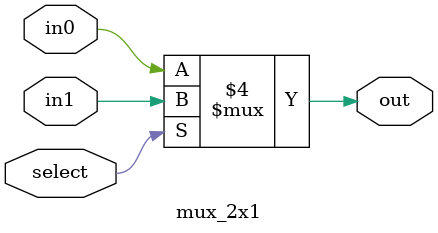
<source format=v>
`timescale 1ns / 1ps
module mux_2x1(out, in0, in1, select);

input select;
input in0;
input in1;
output reg out;


//wire select;
//wire[1:0] in;
always @(select or in0 or in1)
begin
  if (select == 0)
    out = in0;
  else
    out = in1;
end





endmodule

</source>
